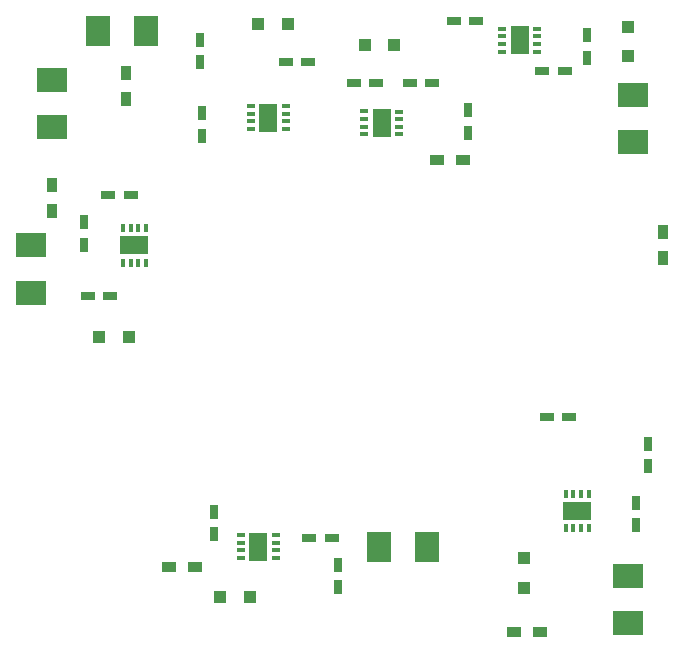
<source format=gbp>
G04 #@! TF.FileFunction,Paste,Bot*
%FSLAX46Y46*%
G04 Gerber Fmt 4.6, Leading zero omitted, Abs format (unit mm)*
G04 Created by KiCad (PCBNEW 4.0.6) date 08/03/17 11:48:30*
%MOMM*%
%LPD*%
G01*
G04 APERTURE LIST*
%ADD10C,0.100000*%
%ADD11R,0.750000X1.200000*%
%ADD12R,1.200000X0.750000*%
%ADD13R,2.500000X2.000000*%
%ADD14R,2.000000X2.500000*%
%ADD15R,0.900000X1.200000*%
%ADD16R,1.200000X0.900000*%
%ADD17R,1.000000X1.000000*%
%ADD18R,0.700000X0.350000*%
%ADD19R,1.580000X2.350000*%
%ADD20R,0.350000X0.700000*%
%ADD21R,2.350000X1.580000*%
G04 APERTURE END LIST*
D10*
D11*
X213580000Y-62730000D03*
X213580000Y-64630000D03*
D12*
X209800000Y-65750000D03*
X211700000Y-65750000D03*
X204200000Y-61500000D03*
X202300000Y-61500000D03*
D11*
X218750000Y-99200000D03*
X218750000Y-97300000D03*
D12*
X212070000Y-95050000D03*
X210170000Y-95050000D03*
D11*
X217750000Y-102300000D03*
X217750000Y-104200000D03*
X192500000Y-109450000D03*
X192500000Y-107550000D03*
D12*
X190050000Y-105250000D03*
X191950000Y-105250000D03*
D11*
X182000000Y-104950000D03*
X182000000Y-103050000D03*
D12*
X173200000Y-84750000D03*
X171300000Y-84750000D03*
X173050000Y-76250000D03*
X174950000Y-76250000D03*
D11*
X171000000Y-80450000D03*
X171000000Y-78550000D03*
X180830000Y-64990000D03*
X180830000Y-63090000D03*
X180970000Y-71220000D03*
X180970000Y-69320000D03*
D12*
X189950000Y-65000000D03*
X188050000Y-65000000D03*
X193800000Y-66750000D03*
X195700000Y-66750000D03*
D11*
X203530000Y-70970000D03*
X203530000Y-69070000D03*
D12*
X198550000Y-66750000D03*
X200450000Y-66750000D03*
D13*
X217500000Y-67750000D03*
X217500000Y-71750000D03*
X217000000Y-108500000D03*
X217000000Y-112500000D03*
D14*
X200000000Y-106000000D03*
X196000000Y-106000000D03*
D13*
X166500000Y-84500000D03*
X166500000Y-80500000D03*
X168250000Y-70480000D03*
X168250000Y-66480000D03*
D14*
X172200000Y-62320000D03*
X176200000Y-62320000D03*
D15*
X220000000Y-81600000D03*
X220000000Y-79400000D03*
D16*
X207400000Y-113250000D03*
X209600000Y-113250000D03*
X178150000Y-107750000D03*
X180350000Y-107750000D03*
D15*
X168250000Y-77600000D03*
X168250000Y-75400000D03*
X174570000Y-65900000D03*
X174570000Y-68100000D03*
D16*
X200900000Y-73250000D03*
X203100000Y-73250000D03*
D17*
X217000000Y-62000000D03*
X217000000Y-64500000D03*
X208250000Y-107000000D03*
X208250000Y-109500000D03*
X185000000Y-110250000D03*
X182500000Y-110250000D03*
X174750000Y-88250000D03*
X172250000Y-88250000D03*
X185750000Y-61750000D03*
X188250000Y-61750000D03*
X194750000Y-63500000D03*
X197250000Y-63500000D03*
D18*
X184275000Y-106950000D03*
X184275000Y-106325000D03*
X184275000Y-105675000D03*
X184275000Y-105025000D03*
X187225000Y-105025000D03*
X187225000Y-105675000D03*
X187225000Y-106325000D03*
X187225000Y-106975000D03*
D19*
X185750000Y-106000000D03*
D20*
X211800000Y-101525000D03*
X212425000Y-101525000D03*
X213075000Y-101525000D03*
X213725000Y-101525000D03*
X213725000Y-104475000D03*
X213075000Y-104475000D03*
X212425000Y-104475000D03*
X211775000Y-104475000D03*
D21*
X212750000Y-103000000D03*
D20*
X176200000Y-81975000D03*
X175575000Y-81975000D03*
X174925000Y-81975000D03*
X174275000Y-81975000D03*
X174275000Y-79025000D03*
X174925000Y-79025000D03*
X175575000Y-79025000D03*
X176225000Y-79025000D03*
D21*
X175250000Y-80500000D03*
D18*
X188055000Y-68730000D03*
X188055000Y-69355000D03*
X188055000Y-70005000D03*
X188055000Y-70655000D03*
X185105000Y-70655000D03*
X185105000Y-70005000D03*
X185105000Y-69355000D03*
X185105000Y-68705000D03*
D19*
X186580000Y-69680000D03*
D18*
X197665000Y-69180000D03*
X197665000Y-69805000D03*
X197665000Y-70455000D03*
X197665000Y-71105000D03*
X194715000Y-71105000D03*
X194715000Y-70455000D03*
X194715000Y-69805000D03*
X194715000Y-69155000D03*
D19*
X196190000Y-70130000D03*
D18*
X209345000Y-62190000D03*
X209345000Y-62815000D03*
X209345000Y-63465000D03*
X209345000Y-64115000D03*
X206395000Y-64115000D03*
X206395000Y-63465000D03*
X206395000Y-62815000D03*
X206395000Y-62165000D03*
D19*
X207870000Y-63140000D03*
M02*

</source>
